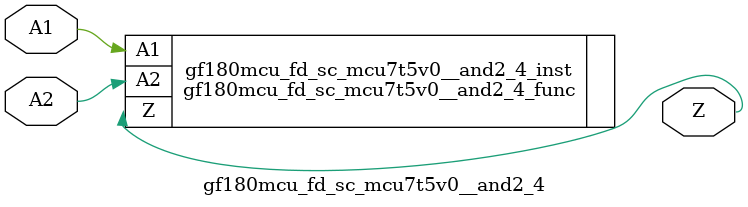
<source format=v>

module gf180mcu_fd_sc_mcu7t5v0__and2_4( A2, A1, Z );
input A1, A2;
output Z;

   `ifdef FUNCTIONAL  //  functional //

	gf180mcu_fd_sc_mcu7t5v0__and2_4_func gf180mcu_fd_sc_mcu7t5v0__and2_4_behav_inst(.A2(A2),.A1(A1),.Z(Z));

   `else

	gf180mcu_fd_sc_mcu7t5v0__and2_4_func gf180mcu_fd_sc_mcu7t5v0__and2_4_inst(.A2(A2),.A1(A1),.Z(Z));

	// spec_gates_begin


	// spec_gates_end



   specify

	// specify_block_begin

	// comb arc A1 --> Z
	 (A1 => Z) = (1.0,1.0);

	// comb arc A2 --> Z
	 (A2 => Z) = (1.0,1.0);

	// specify_block_end

   endspecify

   `endif

endmodule

</source>
